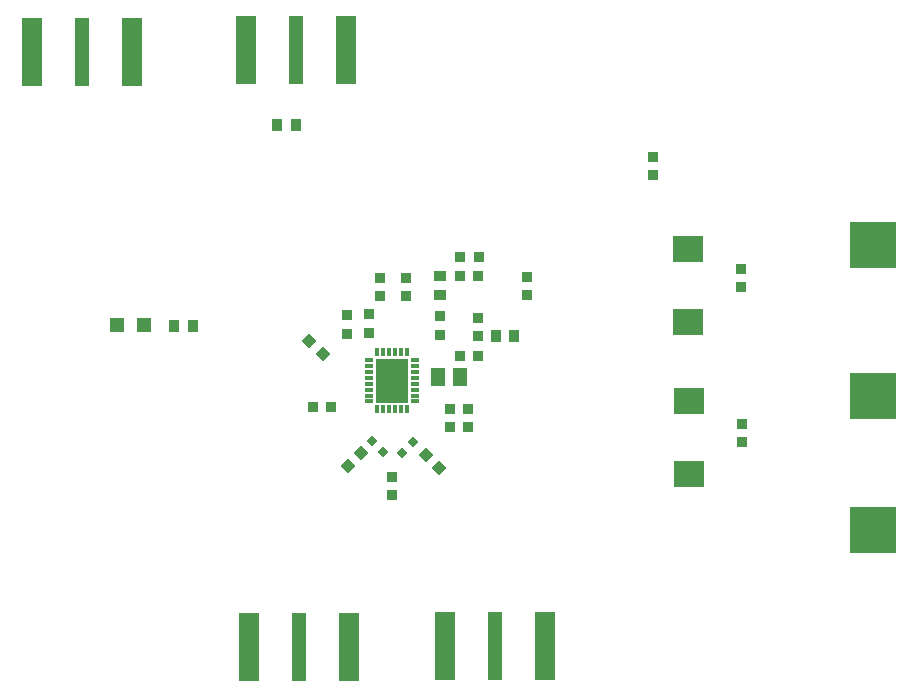
<source format=gtp>
G04*
G04 #@! TF.GenerationSoftware,Altium Limited,Altium Designer,21.1.1 (26)*
G04*
G04 Layer_Color=8421504*
%FSLAX43Y43*%
%MOMM*%
G71*
G04*
G04 #@! TF.SameCoordinates,7D77D7A2-79D2-47A9-8A17-8AFE765D4546*
G04*
G04*
G04 #@! TF.FilePolarity,Positive*
G04*
G01*
G75*
%ADD16R,1.270X5.842*%
%ADD17R,1.702X5.842*%
%ADD18R,0.930X0.870*%
%ADD19P,0.990X4X180.0*%
%ADD20P,0.990X4X270.0*%
%ADD21R,4.000X4.000*%
%ADD22R,1.020X0.940*%
%ADD23R,0.940X1.020*%
%ADD24R,0.700X0.300*%
%ADD25R,0.300X0.700*%
%ADD26R,2.700X3.700*%
%ADD27R,2.520X2.310*%
%ADD28R,1.150X1.300*%
%ADD29R,1.300X1.500*%
%ADD30R,0.870X0.930*%
G04:AMPARAMS|DCode=31|XSize=0.87mm|YSize=0.93mm|CornerRadius=0mm|HoleSize=0mm|Usage=FLASHONLY|Rotation=315.000|XOffset=0mm|YOffset=0mm|HoleType=Round|Shape=Rectangle|*
%AMROTATEDRECTD31*
4,1,4,-0.636,-0.021,0.021,0.636,0.636,0.021,-0.021,-0.636,-0.636,-0.021,0.0*
%
%ADD31ROTATEDRECTD31*%

G04:AMPARAMS|DCode=32|XSize=0.87mm|YSize=0.93mm|CornerRadius=0mm|HoleSize=0mm|Usage=FLASHONLY|Rotation=45.000|XOffset=0mm|YOffset=0mm|HoleType=Round|Shape=Rectangle|*
%AMROTATEDRECTD32*
4,1,4,0.021,-0.636,-0.636,0.021,-0.021,0.636,0.636,-0.021,0.021,-0.636,0.0*
%
%ADD32ROTATEDRECTD32*%

G54D16*
X52498Y3525D02*
D03*
X35660Y53943D02*
D03*
X17548Y53825D02*
D03*
X35898Y3450D02*
D03*
G54D17*
X56753Y3525D02*
D03*
X48244D02*
D03*
X31406Y53943D02*
D03*
X39915D02*
D03*
X21803Y53825D02*
D03*
X13294D02*
D03*
X40153Y3450D02*
D03*
X31644D02*
D03*
G54D18*
X65850Y44920D02*
D03*
Y43360D02*
D03*
X39973Y31505D02*
D03*
Y29945D02*
D03*
X41830Y31620D02*
D03*
Y30060D02*
D03*
X42773Y34680D02*
D03*
Y33120D02*
D03*
X73380Y22320D02*
D03*
Y20760D02*
D03*
X73365Y33910D02*
D03*
Y35470D02*
D03*
X55240Y33210D02*
D03*
Y34770D02*
D03*
X44940Y34680D02*
D03*
Y33120D02*
D03*
X47820Y29870D02*
D03*
Y31430D02*
D03*
X51020Y31310D02*
D03*
Y29750D02*
D03*
X43820Y16270D02*
D03*
Y17830D02*
D03*
G54D19*
X43040Y19940D02*
D03*
X42120Y20860D02*
D03*
G54D20*
X44620Y19900D02*
D03*
X45540Y20820D02*
D03*
G54D21*
X84500Y24730D02*
D03*
Y37440D02*
D03*
Y13340D02*
D03*
G54D22*
X47873Y34840D02*
D03*
Y33260D02*
D03*
G54D23*
X35650Y47640D02*
D03*
X34070D02*
D03*
X25340Y30650D02*
D03*
X26920D02*
D03*
X54140Y29780D02*
D03*
X52560D02*
D03*
G54D24*
X41868Y27731D02*
D03*
Y27231D02*
D03*
Y26731D02*
D03*
Y26231D02*
D03*
Y25731D02*
D03*
Y25231D02*
D03*
Y24731D02*
D03*
Y24231D02*
D03*
X45718D02*
D03*
Y24731D02*
D03*
Y25231D02*
D03*
Y25731D02*
D03*
Y26231D02*
D03*
Y26731D02*
D03*
Y27231D02*
D03*
Y27731D02*
D03*
G54D25*
X42543Y23556D02*
D03*
X43043D02*
D03*
X43543D02*
D03*
X44043D02*
D03*
X44543D02*
D03*
X45043D02*
D03*
Y28406D02*
D03*
X44543D02*
D03*
X44043D02*
D03*
X43543D02*
D03*
X43043D02*
D03*
X42543D02*
D03*
G54D26*
X43793Y25981D02*
D03*
G54D27*
X68860Y30930D02*
D03*
Y37130D02*
D03*
X68930Y18050D02*
D03*
Y24250D02*
D03*
G54D28*
X20535Y30700D02*
D03*
X22785D02*
D03*
G54D29*
X49550Y26340D02*
D03*
X47650D02*
D03*
G54D30*
X51120Y36440D02*
D03*
X49560D02*
D03*
X51090Y34850D02*
D03*
X49530D02*
D03*
X51100Y28100D02*
D03*
X49540D02*
D03*
X38633Y23725D02*
D03*
X37073D02*
D03*
X48680Y23560D02*
D03*
X50240D02*
D03*
X48690Y22060D02*
D03*
X50250D02*
D03*
G54D31*
X37898Y28275D02*
D03*
X36795Y29378D02*
D03*
X46647Y19701D02*
D03*
X47750Y18598D02*
D03*
G54D32*
X41142Y19902D02*
D03*
X40038Y18798D02*
D03*
M02*

</source>
